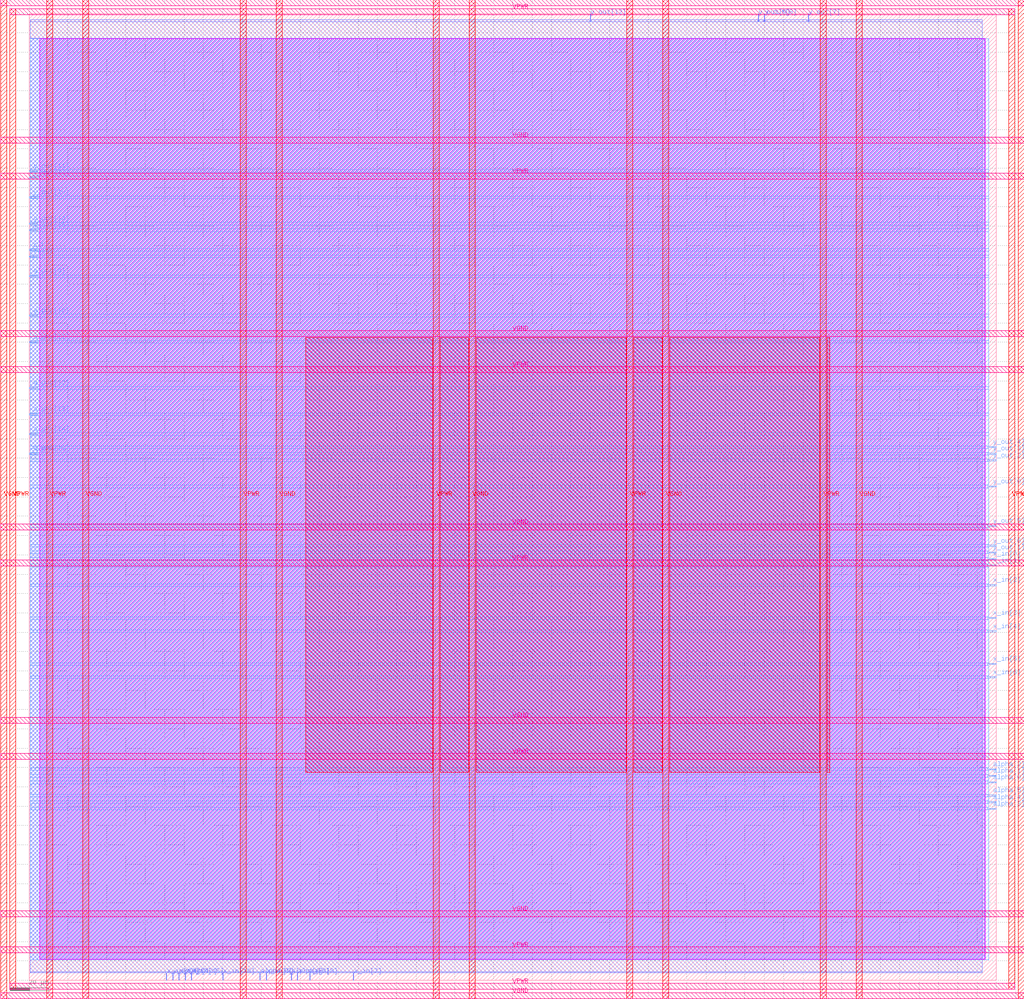
<source format=lef>
VERSION 5.7 ;
  NOWIREEXTENSIONATPIN ON ;
  DIVIDERCHAR "/" ;
  BUSBITCHARS "[]" ;
MACRO dynamic_noise_reduction
  CLASS BLOCK ;
  FOREIGN dynamic_noise_reduction ;
  ORIGIN 0.000 0.000 ;
  SIZE 500.000 BY 500.000 ;
  PIN VGND
    DIRECTION INOUT ;
    USE GROUND ;
    PORT
      LAYER met4 ;
        RECT -14.830 -9.470 -11.730 507.230 ;
    END
    PORT
      LAYER met5 ;
        RECT -14.830 -9.470 514.390 -6.370 ;
    END
    PORT
      LAYER met5 ;
        RECT -14.830 504.130 514.390 507.230 ;
    END
    PORT
      LAYER met4 ;
        RECT 511.290 -9.470 514.390 507.230 ;
    END
    PORT
      LAYER met4 ;
        RECT 27.570 -9.470 30.670 507.230 ;
    END
    PORT
      LAYER met4 ;
        RECT 127.570 -9.470 130.670 507.230 ;
    END
    PORT
      LAYER met4 ;
        RECT 227.570 -9.470 230.670 507.230 ;
    END
    PORT
      LAYER met4 ;
        RECT 327.570 -9.470 330.670 507.230 ;
    END
    PORT
      LAYER met4 ;
        RECT 427.570 -9.470 430.670 507.230 ;
    END
    PORT
      LAYER met5 ;
        RECT -14.830 32.930 514.390 36.030 ;
    END
    PORT
      LAYER met5 ;
        RECT -14.830 132.930 514.390 136.030 ;
    END
    PORT
      LAYER met5 ;
        RECT -14.830 232.930 514.390 236.030 ;
    END
    PORT
      LAYER met5 ;
        RECT -14.830 332.930 514.390 336.030 ;
    END
    PORT
      LAYER met5 ;
        RECT -14.830 432.930 514.390 436.030 ;
    END
  END VGND
  PIN VPWR
    DIRECTION INOUT ;
    USE POWER ;
    PORT
      LAYER met4 ;
        RECT -10.030 -4.670 -6.930 502.430 ;
    END
    PORT
      LAYER met5 ;
        RECT -10.030 -4.670 509.590 -1.570 ;
    END
    PORT
      LAYER met5 ;
        RECT -10.030 499.330 509.590 502.430 ;
    END
    PORT
      LAYER met4 ;
        RECT 506.490 -4.670 509.590 502.430 ;
    END
    PORT
      LAYER met4 ;
        RECT 8.970 -9.470 12.070 507.230 ;
    END
    PORT
      LAYER met4 ;
        RECT 108.970 -9.470 112.070 507.230 ;
    END
    PORT
      LAYER met4 ;
        RECT 208.970 -9.470 212.070 507.230 ;
    END
    PORT
      LAYER met4 ;
        RECT 308.970 -9.470 312.070 507.230 ;
    END
    PORT
      LAYER met4 ;
        RECT 408.970 -9.470 412.070 507.230 ;
    END
    PORT
      LAYER met5 ;
        RECT -14.830 14.330 514.390 17.430 ;
    END
    PORT
      LAYER met5 ;
        RECT -14.830 114.330 514.390 117.430 ;
    END
    PORT
      LAYER met5 ;
        RECT -14.830 214.330 514.390 217.430 ;
    END
    PORT
      LAYER met5 ;
        RECT -14.830 314.330 514.390 317.430 ;
    END
    PORT
      LAYER met5 ;
        RECT -14.830 414.330 514.390 417.430 ;
    END
  END VPWR
  PIN alpha[0]
    DIRECTION INPUT ;
    USE SIGNAL ;
    ANTENNAGATEAREA 0.213000 ;
    PORT
      LAYER met3 ;
        RECT 496.000 102.040 500.000 102.640 ;
    END
  END alpha[0]
  PIN alpha[10]
    DIRECTION INPUT ;
    USE SIGNAL ;
    ANTENNAGATEAREA 0.159000 ;
    PORT
      LAYER met3 ;
        RECT 0.000 343.440 4.000 344.040 ;
    END
  END alpha[10]
  PIN alpha[11]
    DIRECTION INPUT ;
    USE SIGNAL ;
    ANTENNAGATEAREA 0.159000 ;
    PORT
      LAYER met3 ;
        RECT 0.000 329.840 4.000 330.440 ;
    END
  END alpha[11]
  PIN alpha[12]
    DIRECTION INPUT ;
    USE SIGNAL ;
    ANTENNAGATEAREA 0.213000 ;
    PORT
      LAYER met3 ;
        RECT 0.000 306.040 4.000 306.640 ;
    END
  END alpha[12]
  PIN alpha[13]
    DIRECTION INPUT ;
    USE SIGNAL ;
    ANTENNAGATEAREA 0.213000 ;
    PORT
      LAYER met3 ;
        RECT 0.000 292.440 4.000 293.040 ;
    END
  END alpha[13]
  PIN alpha[14]
    DIRECTION INPUT ;
    USE SIGNAL ;
    ANTENNAGATEAREA 0.213000 ;
    PORT
      LAYER met3 ;
        RECT 0.000 282.240 4.000 282.840 ;
    END
  END alpha[14]
  PIN alpha[15]
    DIRECTION INPUT ;
    USE SIGNAL ;
    ANTENNAGATEAREA 0.196500 ;
    PORT
      LAYER met3 ;
        RECT 0.000 272.040 4.000 272.640 ;
    END
  END alpha[15]
  PIN alpha[1]
    DIRECTION INPUT ;
    USE SIGNAL ;
    ANTENNAGATEAREA 0.213000 ;
    PORT
      LAYER met3 ;
        RECT 496.000 105.440 500.000 106.040 ;
    END
  END alpha[1]
  PIN alpha[2]
    DIRECTION INPUT ;
    USE SIGNAL ;
    ANTENNAGATEAREA 0.213000 ;
    PORT
      LAYER met3 ;
        RECT 496.000 108.840 500.000 109.440 ;
    END
  END alpha[2]
  PIN alpha[3]
    DIRECTION INPUT ;
    USE SIGNAL ;
    ANTENNAGATEAREA 0.213000 ;
    PORT
      LAYER met3 ;
        RECT 496.000 88.440 500.000 89.040 ;
    END
  END alpha[3]
  PIN alpha[4]
    DIRECTION INPUT ;
    USE SIGNAL ;
    ANTENNAGATEAREA 0.159000 ;
    PORT
      LAYER met3 ;
        RECT 496.000 91.840 500.000 92.440 ;
    END
  END alpha[4]
  PIN alpha[5]
    DIRECTION INPUT ;
    USE SIGNAL ;
    ANTENNAGATEAREA 0.159000 ;
    PORT
      LAYER met3 ;
        RECT 496.000 95.240 500.000 95.840 ;
    END
  END alpha[5]
  PIN alpha[6]
    DIRECTION INPUT ;
    USE SIGNAL ;
    ANTENNAGATEAREA 0.247500 ;
    PORT
      LAYER met2 ;
        RECT 135.330 0.000 135.610 4.000 ;
    END
  END alpha[6]
  PIN alpha[7]
    DIRECTION INPUT ;
    USE SIGNAL ;
    ANTENNAGATEAREA 0.426000 ;
    PORT
      LAYER met2 ;
        RECT 138.550 0.000 138.830 4.000 ;
    END
  END alpha[7]
  PIN alpha[8]
    DIRECTION INPUT ;
    USE SIGNAL ;
    ANTENNAGATEAREA 0.196500 ;
    PORT
      LAYER met2 ;
        RECT 119.230 0.000 119.510 4.000 ;
    END
  END alpha[8]
  PIN alpha[9]
    DIRECTION INPUT ;
    USE SIGNAL ;
    ANTENNAGATEAREA 0.159000 ;
    PORT
      LAYER met3 ;
        RECT 0.000 363.840 4.000 364.440 ;
    END
  END alpha[9]
  PIN clk
    DIRECTION INPUT ;
    USE SIGNAL ;
    ANTENNAGATEAREA 0.852000 ;
    PORT
      LAYER met3 ;
        RECT 0.000 377.440 4.000 378.040 ;
    END
  END clk
  PIN reset
    DIRECTION INPUT ;
    USE SIGNAL ;
    ANTENNAGATEAREA 0.159000 ;
    PORT
      LAYER met3 ;
        RECT 0.000 374.040 4.000 374.640 ;
    END
  END reset
  PIN x_in[0]
    DIRECTION INPUT ;
    USE SIGNAL ;
    ANTENNAGATEAREA 0.196500 ;
    PORT
      LAYER met3 ;
        RECT 496.000 217.640 500.000 218.240 ;
    END
  END x_in[0]
  PIN x_in[10]
    DIRECTION INPUT ;
    USE SIGNAL ;
    ANTENNAGATEAREA 0.196500 ;
    PORT
      LAYER met2 ;
        RECT 99.910 0.000 100.190 4.000 ;
    END
  END x_in[10]
  PIN x_in[11]
    DIRECTION INPUT ;
    USE SIGNAL ;
    ANTENNAGATEAREA 0.196500 ;
    PORT
      LAYER met2 ;
        RECT 74.150 0.000 74.430 4.000 ;
    END
  END x_in[11]
  PIN x_in[12]
    DIRECTION INPUT ;
    USE SIGNAL ;
    ANTENNAGATEAREA 0.196500 ;
    PORT
      LAYER met2 ;
        RECT 70.930 0.000 71.210 4.000 ;
    END
  END x_in[12]
  PIN x_in[13]
    DIRECTION INPUT ;
    USE SIGNAL ;
    ANTENNAGATEAREA 0.196500 ;
    PORT
      LAYER met2 ;
        RECT 77.370 0.000 77.650 4.000 ;
    END
  END x_in[13]
  PIN x_in[14]
    DIRECTION INPUT ;
    USE SIGNAL ;
    ANTENNAGATEAREA 0.196500 ;
    PORT
      LAYER met2 ;
        RECT 80.590 0.000 80.870 4.000 ;
    END
  END x_in[14]
  PIN x_in[15]
    DIRECTION INPUT ;
    USE SIGNAL ;
    ANTENNAGATEAREA 0.196500 ;
    PORT
      LAYER met2 ;
        RECT 83.810 0.000 84.090 4.000 ;
    END
  END x_in[15]
  PIN x_in[1]
    DIRECTION INPUT ;
    USE SIGNAL ;
    ANTENNAGATEAREA 0.196500 ;
    PORT
      LAYER met3 ;
        RECT 496.000 214.240 500.000 214.840 ;
    END
  END x_in[1]
  PIN x_in[2]
    DIRECTION INPUT ;
    USE SIGNAL ;
    ANTENNAGATEAREA 0.213000 ;
    PORT
      LAYER met3 ;
        RECT 496.000 204.040 500.000 204.640 ;
    END
  END x_in[2]
  PIN x_in[3]
    DIRECTION INPUT ;
    USE SIGNAL ;
    ANTENNAGATEAREA 0.196500 ;
    PORT
      LAYER met3 ;
        RECT 496.000 187.040 500.000 187.640 ;
    END
  END x_in[3]
  PIN x_in[4]
    DIRECTION INPUT ;
    USE SIGNAL ;
    ANTENNAGATEAREA 0.196500 ;
    PORT
      LAYER met3 ;
        RECT 496.000 180.240 500.000 180.840 ;
    END
  END x_in[4]
  PIN x_in[5]
    DIRECTION INPUT ;
    USE SIGNAL ;
    ANTENNAGATEAREA 0.196500 ;
    PORT
      LAYER met3 ;
        RECT 496.000 163.240 500.000 163.840 ;
    END
  END x_in[5]
  PIN x_in[6]
    DIRECTION INPUT ;
    USE SIGNAL ;
    ANTENNAGATEAREA 0.196500 ;
    PORT
      LAYER met3 ;
        RECT 496.000 156.440 500.000 157.040 ;
    END
  END x_in[6]
  PIN x_in[7]
    DIRECTION INPUT ;
    USE SIGNAL ;
    ANTENNAGATEAREA 0.196500 ;
    PORT
      LAYER met2 ;
        RECT 167.530 0.000 167.810 4.000 ;
    END
  END x_in[7]
  PIN x_in[8]
    DIRECTION INPUT ;
    USE SIGNAL ;
    ANTENNAGATEAREA 0.196500 ;
    PORT
      LAYER met2 ;
        RECT 144.990 0.000 145.270 4.000 ;
    END
  END x_in[8]
  PIN x_in[9]
    DIRECTION INPUT ;
    USE SIGNAL ;
    ANTENNAGATEAREA 0.196500 ;
    PORT
      LAYER met2 ;
        RECT 122.450 0.000 122.730 4.000 ;
    END
  END x_in[9]
  PIN y_out[0]
    DIRECTION OUTPUT ;
    USE SIGNAL ;
    ANTENNADIFFAREA 0.445500 ;
    PORT
      LAYER met3 ;
        RECT 496.000 255.040 500.000 255.640 ;
    END
  END y_out[0]
  PIN y_out[10]
    DIRECTION OUTPUT ;
    USE SIGNAL ;
    ANTENNADIFFAREA 0.445500 ;
    PORT
      LAYER met3 ;
        RECT 0.000 404.640 4.000 405.240 ;
    END
  END y_out[10]
  PIN y_out[11]
    DIRECTION OUTPUT ;
    USE SIGNAL ;
    ANTENNADIFFAREA 0.445500 ;
    PORT
      LAYER met3 ;
        RECT 0.000 418.240 4.000 418.840 ;
    END
  END y_out[11]
  PIN y_out[12]
    DIRECTION OUTPUT ;
    USE SIGNAL ;
    ANTENNADIFFAREA 0.445500 ;
    PORT
      LAYER met2 ;
        RECT 289.890 496.000 290.170 500.000 ;
    END
  END y_out[12]
  PIN y_out[13]
    DIRECTION OUTPUT ;
    USE SIGNAL ;
    ANTENNADIFFAREA 0.445500 ;
    PORT
      LAYER met3 ;
        RECT 0.000 414.840 4.000 415.440 ;
    END
  END y_out[13]
  PIN y_out[14]
    DIRECTION OUTPUT ;
    USE SIGNAL ;
    ANTENNADIFFAREA 0.445500 ;
    PORT
      LAYER met3 ;
        RECT 0.000 391.040 4.000 391.640 ;
    END
  END y_out[14]
  PIN y_out[15]
    DIRECTION OUTPUT ;
    USE SIGNAL ;
    ANTENNADIFFAREA 0.445500 ;
    PORT
      LAYER met3 ;
        RECT 0.000 387.640 4.000 388.240 ;
    END
  END y_out[15]
  PIN y_out[1]
    DIRECTION OUTPUT ;
    USE SIGNAL ;
    ANTENNADIFFAREA 0.445500 ;
    PORT
      LAYER met3 ;
        RECT 496.000 221.040 500.000 221.640 ;
    END
  END y_out[1]
  PIN y_out[2]
    DIRECTION OUTPUT ;
    USE SIGNAL ;
    ANTENNADIFFAREA 0.445500 ;
    PORT
      LAYER met3 ;
        RECT 496.000 268.640 500.000 269.240 ;
    END
  END y_out[2]
  PIN y_out[3]
    DIRECTION OUTPUT ;
    USE SIGNAL ;
    ANTENNADIFFAREA 0.445500 ;
    PORT
      LAYER met3 ;
        RECT 496.000 272.040 500.000 272.640 ;
    END
  END y_out[3]
  PIN y_out[4]
    DIRECTION OUTPUT ;
    USE SIGNAL ;
    ANTENNADIFFAREA 0.445500 ;
    PORT
      LAYER met3 ;
        RECT 496.000 275.440 500.000 276.040 ;
    END
  END y_out[4]
  PIN y_out[5]
    DIRECTION OUTPUT ;
    USE SIGNAL ;
    ANTENNADIFFAREA 0.445500 ;
    PORT
      LAYER met3 ;
        RECT 496.000 234.640 500.000 235.240 ;
    END
  END y_out[5]
  PIN y_out[6]
    DIRECTION OUTPUT ;
    USE SIGNAL ;
    ANTENNADIFFAREA 0.445500 ;
    PORT
      LAYER met3 ;
        RECT 496.000 224.440 500.000 225.040 ;
    END
  END y_out[6]
  PIN y_out[7]
    DIRECTION OUTPUT ;
    USE SIGNAL ;
    ANTENNADIFFAREA 0.445500 ;
    PORT
      LAYER met2 ;
        RECT 402.590 496.000 402.870 500.000 ;
    END
  END y_out[7]
  PIN y_out[8]
    DIRECTION OUTPUT ;
    USE SIGNAL ;
    ANTENNADIFFAREA 0.445500 ;
    PORT
      LAYER met2 ;
        RECT 380.050 496.000 380.330 500.000 ;
    END
  END y_out[8]
  PIN y_out[9]
    DIRECTION OUTPUT ;
    USE SIGNAL ;
    ANTENNADIFFAREA 0.445500 ;
    PORT
      LAYER met2 ;
        RECT 376.830 496.000 377.110 500.000 ;
    END
  END y_out[9]
  OBS
      LAYER nwell ;
        RECT 5.330 10.795 494.230 487.070 ;
      LAYER li1 ;
        RECT 5.520 10.795 494.040 486.965 ;
      LAYER met1 ;
        RECT 0.530 10.640 494.040 487.120 ;
      LAYER met2 ;
        RECT 0.550 495.720 289.610 496.810 ;
        RECT 290.450 495.720 376.550 496.810 ;
        RECT 377.390 495.720 379.770 496.810 ;
        RECT 380.610 495.720 402.310 496.810 ;
        RECT 403.150 495.720 492.570 496.810 ;
        RECT 0.550 4.280 492.570 495.720 ;
        RECT 0.550 4.000 70.650 4.280 ;
        RECT 71.490 4.000 73.870 4.280 ;
        RECT 74.710 4.000 77.090 4.280 ;
        RECT 77.930 4.000 80.310 4.280 ;
        RECT 81.150 4.000 83.530 4.280 ;
        RECT 84.370 4.000 99.630 4.280 ;
        RECT 100.470 4.000 118.950 4.280 ;
        RECT 119.790 4.000 122.170 4.280 ;
        RECT 123.010 4.000 135.050 4.280 ;
        RECT 135.890 4.000 138.270 4.280 ;
        RECT 139.110 4.000 144.710 4.280 ;
        RECT 145.550 4.000 167.250 4.280 ;
        RECT 168.090 4.000 492.570 4.280 ;
      LAYER met3 ;
        RECT 0.525 419.240 496.000 487.045 ;
        RECT 4.400 417.840 496.000 419.240 ;
        RECT 0.525 415.840 496.000 417.840 ;
        RECT 4.400 414.440 496.000 415.840 ;
        RECT 0.525 405.640 496.000 414.440 ;
        RECT 4.400 404.240 496.000 405.640 ;
        RECT 0.525 392.040 496.000 404.240 ;
        RECT 4.400 390.640 496.000 392.040 ;
        RECT 0.525 388.640 496.000 390.640 ;
        RECT 4.400 387.240 496.000 388.640 ;
        RECT 0.525 378.440 496.000 387.240 ;
        RECT 4.400 377.040 496.000 378.440 ;
        RECT 0.525 375.040 496.000 377.040 ;
        RECT 4.400 373.640 496.000 375.040 ;
        RECT 0.525 364.840 496.000 373.640 ;
        RECT 4.400 363.440 496.000 364.840 ;
        RECT 0.525 344.440 496.000 363.440 ;
        RECT 4.400 343.040 496.000 344.440 ;
        RECT 0.525 330.840 496.000 343.040 ;
        RECT 4.400 329.440 496.000 330.840 ;
        RECT 0.525 307.040 496.000 329.440 ;
        RECT 4.400 305.640 496.000 307.040 ;
        RECT 0.525 293.440 496.000 305.640 ;
        RECT 4.400 292.040 496.000 293.440 ;
        RECT 0.525 283.240 496.000 292.040 ;
        RECT 4.400 281.840 496.000 283.240 ;
        RECT 0.525 276.440 496.000 281.840 ;
        RECT 0.525 275.040 495.600 276.440 ;
        RECT 0.525 273.040 496.000 275.040 ;
        RECT 4.400 271.640 495.600 273.040 ;
        RECT 0.525 269.640 496.000 271.640 ;
        RECT 0.525 268.240 495.600 269.640 ;
        RECT 0.525 256.040 496.000 268.240 ;
        RECT 0.525 254.640 495.600 256.040 ;
        RECT 0.525 235.640 496.000 254.640 ;
        RECT 0.525 234.240 495.600 235.640 ;
        RECT 0.525 225.440 496.000 234.240 ;
        RECT 0.525 224.040 495.600 225.440 ;
        RECT 0.525 222.040 496.000 224.040 ;
        RECT 0.525 220.640 495.600 222.040 ;
        RECT 0.525 218.640 496.000 220.640 ;
        RECT 0.525 217.240 495.600 218.640 ;
        RECT 0.525 215.240 496.000 217.240 ;
        RECT 0.525 213.840 495.600 215.240 ;
        RECT 0.525 205.040 496.000 213.840 ;
        RECT 0.525 203.640 495.600 205.040 ;
        RECT 0.525 188.040 496.000 203.640 ;
        RECT 0.525 186.640 495.600 188.040 ;
        RECT 0.525 181.240 496.000 186.640 ;
        RECT 0.525 179.840 495.600 181.240 ;
        RECT 0.525 164.240 496.000 179.840 ;
        RECT 0.525 162.840 495.600 164.240 ;
        RECT 0.525 157.440 496.000 162.840 ;
        RECT 0.525 156.040 495.600 157.440 ;
        RECT 0.525 109.840 496.000 156.040 ;
        RECT 0.525 108.440 495.600 109.840 ;
        RECT 0.525 106.440 496.000 108.440 ;
        RECT 0.525 105.040 495.600 106.440 ;
        RECT 0.525 103.040 496.000 105.040 ;
        RECT 0.525 101.640 495.600 103.040 ;
        RECT 0.525 96.240 496.000 101.640 ;
        RECT 0.525 94.840 495.600 96.240 ;
        RECT 0.525 92.840 496.000 94.840 ;
        RECT 0.525 91.440 495.600 92.840 ;
        RECT 0.525 89.440 496.000 91.440 ;
        RECT 0.525 88.040 495.600 89.440 ;
        RECT 0.525 10.715 496.000 88.040 ;
      LAYER met4 ;
        RECT 142.895 107.615 208.570 332.345 ;
        RECT 212.470 107.615 227.170 332.345 ;
        RECT 231.070 107.615 308.570 332.345 ;
        RECT 312.470 107.615 327.170 332.345 ;
        RECT 331.070 107.615 408.570 332.345 ;
        RECT 412.470 107.615 413.705 332.345 ;
  END
END dynamic_noise_reduction
END LIBRARY


</source>
